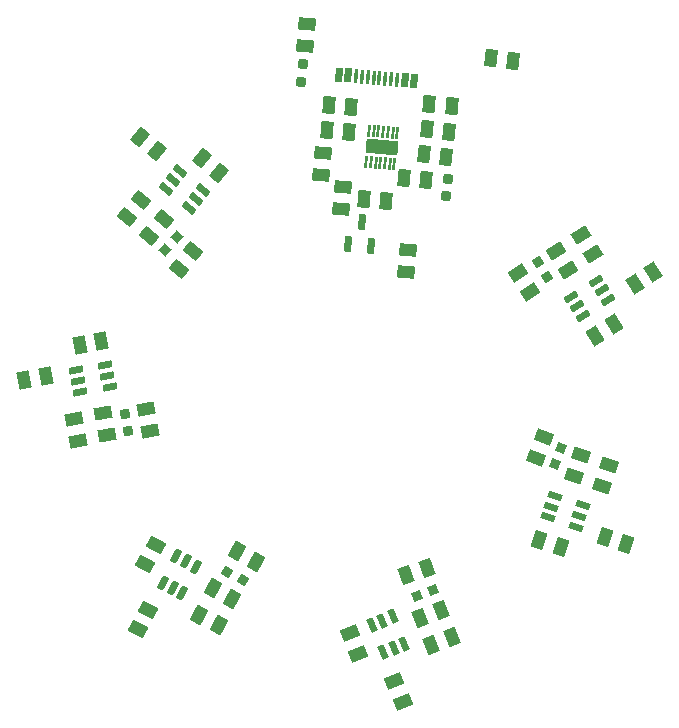
<source format=gtp>
G04*
G04 #@! TF.GenerationSoftware,Altium Limited,Altium Designer,25.8.1 (18)*
G04*
G04 Layer_Color=8421504*
%FSLAX44Y44*%
%MOMM*%
G71*
G04*
G04 #@! TF.SameCoordinates,47027A52-A871-4FAA-A7FE-F427427C3117*
G04*
G04*
G04 #@! TF.FilePolarity,Positive*
G04*
G01*
G75*
G04:AMPARAMS|DCode=14|XSize=0.3mm|YSize=1.15mm|CornerRadius=0mm|HoleSize=0mm|Usage=FLASHONLY|Rotation=175.000|XOffset=0mm|YOffset=0mm|HoleType=Round|Shape=Rectangle|*
%AMROTATEDRECTD14*
4,1,4,0.1995,0.5597,0.0993,-0.5859,-0.1995,-0.5597,-0.0993,0.5859,0.1995,0.5597,0.0*
%
%ADD14ROTATEDRECTD14*%

G04:AMPARAMS|DCode=15|XSize=0.6mm|YSize=1.15mm|CornerRadius=0mm|HoleSize=0mm|Usage=FLASHONLY|Rotation=175.000|XOffset=0mm|YOffset=0mm|HoleType=Round|Shape=Rectangle|*
%AMROTATEDRECTD15*
4,1,4,0.3490,0.5467,0.2487,-0.5990,-0.3490,-0.5467,-0.2487,0.5990,0.3490,0.5467,0.0*
%
%ADD15ROTATEDRECTD15*%

G04:AMPARAMS|DCode=16|XSize=1.21mm|YSize=0.58mm|CornerRadius=0.0725mm|HoleSize=0mm|Usage=FLASHONLY|Rotation=161.520|XOffset=0mm|YOffset=0mm|HoleType=Round|Shape=RoundedRectangle|*
%AMROUNDEDRECTD16*
21,1,1.2100,0.4350,0,0,161.52*
21,1,1.0650,0.5800,0,0,161.52*
1,1,0.1450,-0.4361,0.3751*
1,1,0.1450,0.5740,0.0375*
1,1,0.1450,0.4361,-0.3751*
1,1,0.1450,-0.5740,-0.0375*
%
%ADD16ROUNDEDRECTD16*%
G04:AMPARAMS|DCode=17|XSize=1.04mm|YSize=1.47mm|CornerRadius=0mm|HoleSize=0mm|Usage=FLASHONLY|Rotation=161.683|XOffset=0mm|YOffset=0mm|HoleType=Round|Shape=Rectangle|*
%AMROTATEDRECTD17*
4,1,4,0.7246,0.5343,0.2627,-0.8612,-0.7246,-0.5343,-0.2627,0.8612,0.7246,0.5343,0.0*
%
%ADD17ROTATEDRECTD17*%

G04:AMPARAMS|DCode=18|XSize=1.04mm|YSize=1.47mm|CornerRadius=0mm|HoleSize=0mm|Usage=FLASHONLY|Rotation=249.339|XOffset=0mm|YOffset=0mm|HoleType=Round|Shape=Rectangle|*
%AMROTATEDRECTD18*
4,1,4,-0.5043,0.7459,0.8712,0.2272,0.5043,-0.7459,-0.8712,-0.2272,-0.5043,0.7459,0.0*
%
%ADD18ROTATEDRECTD18*%

G04:AMPARAMS|DCode=19|XSize=1.04mm|YSize=1.47mm|CornerRadius=0mm|HoleSize=0mm|Usage=FLASHONLY|Rotation=250.657|XOffset=0mm|YOffset=0mm|HoleType=Round|Shape=Rectangle|*
%AMROTATEDRECTD19*
4,1,4,-0.5213,0.7341,0.8658,0.2472,0.5213,-0.7341,-0.8658,-0.2472,-0.5213,0.7341,0.0*
%
%ADD19ROTATEDRECTD19*%

G04:AMPARAMS|DCode=20|XSize=1.04mm|YSize=1.47mm|CornerRadius=0mm|HoleSize=0mm|Usage=FLASHONLY|Rotation=161.386|XOffset=0mm|YOffset=0mm|HoleType=Round|Shape=Rectangle|*
%AMROTATEDRECTD20*
4,1,4,0.7274,0.5306,0.2582,-0.8625,-0.7274,-0.5306,-0.2582,0.8625,0.7274,0.5306,0.0*
%
%ADD20ROTATEDRECTD20*%

G04:AMPARAMS|DCode=21|XSize=1.04mm|YSize=1.47mm|CornerRadius=0mm|HoleSize=0mm|Usage=FLASHONLY|Rotation=251.229|XOffset=0mm|YOffset=0mm|HoleType=Round|Shape=Rectangle|*
%AMROTATEDRECTD21*
4,1,4,-0.5286,0.7289,0.8632,0.2558,0.5286,-0.7289,-0.8632,-0.2558,-0.5286,0.7289,0.0*
%
%ADD21ROTATEDRECTD21*%

%ADD22P,1.1314X4X204.811*%
G04:AMPARAMS|DCode=23|XSize=1.04mm|YSize=1.47mm|CornerRadius=0mm|HoleSize=0mm|Usage=FLASHONLY|Rotation=173.998|XOffset=0mm|YOffset=0mm|HoleType=Round|Shape=Rectangle|*
%AMROTATEDRECTD23*
4,1,4,0.5940,0.6766,0.4403,-0.7853,-0.5940,-0.6766,-0.4403,0.7853,0.5940,0.6766,0.0*
%
%ADD23ROTATEDRECTD23*%

G04:AMPARAMS|DCode=24|XSize=1.04mm|YSize=1.47mm|CornerRadius=0mm|HoleSize=0mm|Usage=FLASHONLY|Rotation=175.000|XOffset=0mm|YOffset=0mm|HoleType=Round|Shape=Rectangle|*
%AMROTATEDRECTD24*
4,1,4,0.5821,0.6869,0.4540,-0.7775,-0.5821,-0.6869,-0.4540,0.7775,0.5821,0.6869,0.0*
%
%ADD24ROTATEDRECTD24*%

G04:AMPARAMS|DCode=25|XSize=1.04mm|YSize=1.47mm|CornerRadius=0mm|HoleSize=0mm|Usage=FLASHONLY|Rotation=174.344|XOffset=0mm|YOffset=0mm|HoleType=Round|Shape=Rectangle|*
%AMROTATEDRECTD25*
4,1,4,0.5899,0.6802,0.4450,-0.7827,-0.5899,-0.6802,-0.4450,0.7827,0.5899,0.6802,0.0*
%
%ADD25ROTATEDRECTD25*%

G04:AMPARAMS|DCode=26|XSize=1.04mm|YSize=1.47mm|CornerRadius=0mm|HoleSize=0mm|Usage=FLASHONLY|Rotation=302.066|XOffset=0mm|YOffset=0mm|HoleType=Round|Shape=Rectangle|*
%AMROTATEDRECTD26*
4,1,4,-0.8989,0.0505,0.3468,0.8309,0.8989,-0.0505,-0.3468,-0.8309,-0.8989,0.0505,0.0*
%
%ADD26ROTATEDRECTD26*%

G04:AMPARAMS|DCode=27|XSize=1.04mm|YSize=1.47mm|CornerRadius=0mm|HoleSize=0mm|Usage=FLASHONLY|Rotation=173.890|XOffset=0mm|YOffset=0mm|HoleType=Round|Shape=Rectangle|*
%AMROTATEDRECTD27*
4,1,4,0.5953,0.6755,0.4388,-0.7862,-0.5953,-0.6755,-0.4388,0.7862,0.5953,0.6755,0.0*
%
%ADD27ROTATEDRECTD27*%

%ADD28P,1.1314X4X400.43*%
G04:AMPARAMS|DCode=29|XSize=2.7mm|YSize=1.2mm|CornerRadius=0mm|HoleSize=0mm|Usage=FLASHONLY|Rotation=355.000|XOffset=0mm|YOffset=0mm|HoleType=Round|Shape=Rectangle|*
%AMROTATEDRECTD29*
4,1,4,-1.3971,-0.4801,-1.2926,0.7154,1.3971,0.4801,1.2926,-0.7154,-1.3971,-0.4801,0.0*
%
%ADD29ROTATEDRECTD29*%

G04:AMPARAMS|DCode=30|XSize=1mm|YSize=0.24mm|CornerRadius=0mm|HoleSize=0mm|Usage=FLASHONLY|Rotation=85.000|XOffset=0mm|YOffset=0mm|HoleType=Round|Shape=Rectangle|*
%AMROTATEDRECTD30*
4,1,4,0.0760,-0.5086,-0.1631,-0.4876,-0.0760,0.5086,0.1631,0.4876,0.0760,-0.5086,0.0*
%
%ADD30ROTATEDRECTD30*%

G04:AMPARAMS|DCode=31|XSize=1.04mm|YSize=1.47mm|CornerRadius=0mm|HoleSize=0mm|Usage=FLASHONLY|Rotation=212.521|XOffset=0mm|YOffset=0mm|HoleType=Round|Shape=Rectangle|*
%AMROTATEDRECTD31*
4,1,4,0.0433,0.8993,0.8336,-0.3402,-0.0433,-0.8993,-0.8336,0.3402,0.0433,0.8993,0.0*
%
%ADD31ROTATEDRECTD31*%

G04:AMPARAMS|DCode=32|XSize=1.04mm|YSize=1.47mm|CornerRadius=0mm|HoleSize=0mm|Usage=FLASHONLY|Rotation=212.223|XOffset=0mm|YOffset=0mm|HoleType=Round|Shape=Rectangle|*
%AMROTATEDRECTD32*
4,1,4,0.0480,0.8991,0.8318,-0.3445,-0.0480,-0.8991,-0.8318,0.3445,0.0480,0.8991,0.0*
%
%ADD32ROTATEDRECTD32*%

G04:AMPARAMS|DCode=33|XSize=1.21mm|YSize=0.58mm|CornerRadius=0.0725mm|HoleSize=0mm|Usage=FLASHONLY|Rotation=212.357|XOffset=0mm|YOffset=0mm|HoleType=Round|Shape=RoundedRectangle|*
%AMROUNDEDRECTD33*
21,1,1.2100,0.4350,0,0,212.357*
21,1,1.0650,0.5800,0,0,212.357*
1,1,0.1450,-0.5662,-0.1013*
1,1,0.1450,0.3334,0.4687*
1,1,0.1450,0.5662,0.1013*
1,1,0.1450,-0.3334,-0.4687*
%
%ADD33ROUNDEDRECTD33*%
G04:AMPARAMS|DCode=34|XSize=1.04mm|YSize=1.47mm|CornerRadius=0mm|HoleSize=0mm|Usage=FLASHONLY|Rotation=303.261|XOffset=0mm|YOffset=0mm|HoleType=Round|Shape=Rectangle|*
%AMROTATEDRECTD34*
4,1,4,-0.8998,0.0317,0.3294,0.8379,0.8998,-0.0317,-0.3294,-0.8379,-0.8998,0.0317,0.0*
%
%ADD34ROTATEDRECTD34*%

G04:AMPARAMS|DCode=35|XSize=1.04mm|YSize=1.47mm|CornerRadius=0mm|HoleSize=0mm|Usage=FLASHONLY|Rotation=85.000|XOffset=0mm|YOffset=0mm|HoleType=Round|Shape=Rectangle|*
%AMROTATEDRECTD35*
4,1,4,0.6869,-0.5821,-0.7775,-0.4540,-0.6869,0.5821,0.7775,0.4540,0.6869,-0.5821,0.0*
%
%ADD35ROTATEDRECTD35*%

G04:AMPARAMS|DCode=36|XSize=1.04mm|YSize=1.47mm|CornerRadius=0mm|HoleSize=0mm|Usage=FLASHONLY|Rotation=200.137|XOffset=0mm|YOffset=0mm|HoleType=Round|Shape=Rectangle|*
%AMROTATEDRECTD36*
4,1,4,0.2352,0.8691,0.7413,-0.5111,-0.2352,-0.8691,-0.7413,0.5111,0.2352,0.8691,0.0*
%
%ADD36ROTATEDRECTD36*%

G04:AMPARAMS|DCode=37|XSize=1.04mm|YSize=1.47mm|CornerRadius=0mm|HoleSize=0mm|Usage=FLASHONLY|Rotation=201.702|XOffset=0mm|YOffset=0mm|HoleType=Round|Shape=Rectangle|*
%AMROTATEDRECTD37*
4,1,4,0.2114,0.8752,0.7549,-0.4906,-0.2114,-0.8752,-0.7549,0.4906,0.2114,0.8752,0.0*
%
%ADD37ROTATEDRECTD37*%

G04:AMPARAMS|DCode=38|XSize=1.21mm|YSize=0.58mm|CornerRadius=0.0725mm|HoleSize=0mm|Usage=FLASHONLY|Rotation=111.993|XOffset=0mm|YOffset=0mm|HoleType=Round|Shape=RoundedRectangle|*
%AMROUNDEDRECTD38*
21,1,1.2100,0.4350,0,0,111.993*
21,1,1.0650,0.5800,0,0,111.993*
1,1,0.1450,0.0023,0.5752*
1,1,0.1450,0.4011,-0.4123*
1,1,0.1450,-0.0023,-0.5752*
1,1,0.1450,-0.4011,0.4123*
%
%ADD38ROUNDEDRECTD38*%
G04:AMPARAMS|DCode=39|XSize=1.04mm|YSize=1.47mm|CornerRadius=0mm|HoleSize=0mm|Usage=FLASHONLY|Rotation=112.156|XOffset=0mm|YOffset=0mm|HoleType=Round|Shape=Rectangle|*
%AMROTATEDRECTD39*
4,1,4,0.8768,-0.2044,-0.4846,-0.7588,-0.8768,0.2044,0.4846,0.7588,0.8768,-0.2044,0.0*
%
%ADD39ROTATEDRECTD39*%

%ADD40P,1.1314X4X220.0*%
G04:AMPARAMS|DCode=41|XSize=1.04mm|YSize=1.47mm|CornerRadius=0mm|HoleSize=0mm|Usage=FLASHONLY|Rotation=320.033|XOffset=0mm|YOffset=0mm|HoleType=Round|Shape=Rectangle|*
%AMROTATEDRECTD41*
4,1,4,-0.8707,-0.2293,0.0736,0.8973,0.8707,0.2293,-0.0736,-0.8973,-0.8707,-0.2293,0.0*
%
%ADD41ROTATEDRECTD41*%

G04:AMPARAMS|DCode=42|XSize=1.04mm|YSize=1.47mm|CornerRadius=0mm|HoleSize=0mm|Usage=FLASHONLY|Rotation=320.331|XOffset=0mm|YOffset=0mm|HoleType=Round|Shape=Rectangle|*
%AMROTATEDRECTD42*
4,1,4,-0.8695,-0.2338,0.0689,0.8977,0.8695,0.2338,-0.0689,-0.8977,-0.8695,-0.2338,0.0*
%
%ADD42ROTATEDRECTD42*%

G04:AMPARAMS|DCode=43|XSize=1.21mm|YSize=0.58mm|CornerRadius=0.0725mm|HoleSize=0mm|Usage=FLASHONLY|Rotation=320.167|XOffset=0mm|YOffset=0mm|HoleType=Round|Shape=RoundedRectangle|*
%AMROUNDEDRECTD43*
21,1,1.2100,0.4350,0,0,320.167*
21,1,1.0650,0.5800,0,0,320.167*
1,1,0.1450,0.2696,-0.5081*
1,1,0.1450,-0.5482,0.1741*
1,1,0.1450,-0.2696,0.5081*
1,1,0.1450,0.5482,-0.1741*
%
%ADD43ROUNDEDRECTD43*%
G04:AMPARAMS|DCode=44|XSize=1.04mm|YSize=1.47mm|CornerRadius=0mm|HoleSize=0mm|Usage=FLASHONLY|Rotation=50.239|XOffset=0mm|YOffset=0mm|HoleType=Round|Shape=Rectangle|*
%AMROTATEDRECTD44*
4,1,4,0.2324,-0.8698,-0.8976,0.0704,-0.2324,0.8698,0.8976,-0.0704,0.2324,-0.8698,0.0*
%
%ADD44ROTATEDRECTD44*%

G04:AMPARAMS|DCode=45|XSize=1.04mm|YSize=1.47mm|CornerRadius=0mm|HoleSize=0mm|Usage=FLASHONLY|Rotation=151.848|XOffset=0mm|YOffset=0mm|HoleType=Round|Shape=Rectangle|*
%AMROTATEDRECTD45*
4,1,4,0.8053,0.4027,0.1117,-0.8934,-0.8053,-0.4027,-0.1117,0.8934,0.8053,0.4027,0.0*
%
%ADD45ROTATEDRECTD45*%

G04:AMPARAMS|DCode=46|XSize=1.04mm|YSize=1.47mm|CornerRadius=0mm|HoleSize=0mm|Usage=FLASHONLY|Rotation=49.876|XOffset=0mm|YOffset=0mm|HoleType=Round|Shape=Rectangle|*
%AMROTATEDRECTD46*
4,1,4,0.2269,-0.8713,-0.8971,0.0761,-0.2269,0.8713,0.8971,-0.0761,0.2269,-0.8713,0.0*
%
%ADD46ROTATEDRECTD46*%

G04:AMPARAMS|DCode=47|XSize=1.04mm|YSize=1.47mm|CornerRadius=0mm|HoleSize=0mm|Usage=FLASHONLY|Rotation=100.862|XOffset=0mm|YOffset=0mm|HoleType=Round|Shape=Rectangle|*
%AMROTATEDRECTD47*
4,1,4,0.8198,-0.3722,-0.6238,-0.6492,-0.8198,0.3722,0.6238,0.6492,0.8198,-0.3722,0.0*
%
%ADD47ROTATEDRECTD47*%

G04:AMPARAMS|DCode=48|XSize=1.04mm|YSize=1.47mm|CornerRadius=0mm|HoleSize=0mm|Usage=FLASHONLY|Rotation=152.131|XOffset=0mm|YOffset=0mm|HoleType=Round|Shape=Rectangle|*
%AMROTATEDRECTD48*
4,1,4,0.8033,0.4067,0.1161,-0.8928,-0.8033,-0.4067,-0.1161,0.8928,0.8033,0.4067,0.0*
%
%ADD48ROTATEDRECTD48*%

G04:AMPARAMS|DCode=49|XSize=1.04mm|YSize=1.47mm|CornerRadius=0mm|HoleSize=0mm|Usage=FLASHONLY|Rotation=111.859|XOffset=0mm|YOffset=0mm|HoleType=Round|Shape=Rectangle|*
%AMROTATEDRECTD49*
4,1,4,0.8758,-0.2090,-0.4885,-0.7563,-0.8758,0.2090,0.4885,0.7563,0.8758,-0.2090,0.0*
%
%ADD49ROTATEDRECTD49*%

G04:AMPARAMS|DCode=50|XSize=1.21mm|YSize=0.58mm|CornerRadius=0.0725mm|HoleSize=0mm|Usage=FLASHONLY|Rotation=62.422|XOffset=0mm|YOffset=0mm|HoleType=Round|Shape=RoundedRectangle|*
%AMROUNDEDRECTD50*
21,1,1.2100,0.4350,0,0,62.422*
21,1,1.0650,0.5800,0,0,62.422*
1,1,0.1450,0.4393,0.3713*
1,1,0.1450,-0.0537,-0.5727*
1,1,0.1450,-0.4393,-0.3713*
1,1,0.1450,0.0537,0.5727*
%
%ADD50ROUNDEDRECTD50*%
G04:AMPARAMS|DCode=51|XSize=1.04mm|YSize=1.47mm|CornerRadius=0mm|HoleSize=0mm|Usage=FLASHONLY|Rotation=62.288|XOffset=0mm|YOffset=0mm|HoleType=Round|Shape=Rectangle|*
%AMROTATEDRECTD51*
4,1,4,0.4089,-0.8022,-0.8925,-0.1186,-0.4089,0.8022,0.8925,0.1186,0.4089,-0.8022,0.0*
%
%ADD51ROTATEDRECTD51*%

G04:AMPARAMS|DCode=52|XSize=1.04mm|YSize=1.47mm|CornerRadius=0mm|HoleSize=0mm|Usage=FLASHONLY|Rotation=62.585|XOffset=0mm|YOffset=0mm|HoleType=Round|Shape=Rectangle|*
%AMROTATEDRECTD52*
4,1,4,0.4130,-0.8000,-0.8919,-0.1232,-0.4130,0.8000,0.8919,0.1232,0.4130,-0.8000,0.0*
%
%ADD52ROTATEDRECTD52*%

G04:AMPARAMS|DCode=53|XSize=1.04mm|YSize=1.47mm|CornerRadius=0mm|HoleSize=0mm|Usage=FLASHONLY|Rotation=11.095|XOffset=0mm|YOffset=0mm|HoleType=Round|Shape=Rectangle|*
%AMROTATEDRECTD53*
4,1,4,-0.3688,-0.8213,-0.6517,0.6212,0.3688,0.8213,0.6517,-0.6212,-0.3688,-0.8213,0.0*
%
%ADD53ROTATEDRECTD53*%

G04:AMPARAMS|DCode=54|XSize=1.21mm|YSize=0.58mm|CornerRadius=0.0725mm|HoleSize=0mm|Usage=FLASHONLY|Rotation=11.229|XOffset=0mm|YOffset=0mm|HoleType=Round|Shape=RoundedRectangle|*
%AMROUNDEDRECTD54*
21,1,1.2100,0.4350,0,0,11.229*
21,1,1.0650,0.5800,0,0,11.229*
1,1,0.1450,0.5647,-0.1096*
1,1,0.1450,-0.4800,-0.3170*
1,1,0.1450,-0.5647,0.1096*
1,1,0.1450,0.4800,0.3170*
%
%ADD54ROUNDEDRECTD54*%
G04:AMPARAMS|DCode=55|XSize=1.04mm|YSize=1.47mm|CornerRadius=0mm|HoleSize=0mm|Usage=FLASHONLY|Rotation=11.393|XOffset=0mm|YOffset=0mm|HoleType=Round|Shape=Rectangle|*
%AMROTATEDRECTD55*
4,1,4,-0.3646,-0.8232,-0.6549,0.6178,0.3646,0.8232,0.6549,-0.6178,-0.3646,-0.8232,0.0*
%
%ADD55ROTATEDRECTD55*%

G04:AMPARAMS|DCode=56|XSize=1.04mm|YSize=1.47mm|CornerRadius=0mm|HoleSize=0mm|Usage=FLASHONLY|Rotation=100.938|XOffset=0mm|YOffset=0mm|HoleType=Round|Shape=Rectangle|*
%AMROTATEDRECTD56*
4,1,4,0.8203,-0.3711,-0.6230,-0.6500,-0.8203,0.3711,0.6230,0.6500,0.8203,-0.3711,0.0*
%
%ADD56ROTATEDRECTD56*%

G04:AMPARAMS|DCode=57|XSize=1.32mm|YSize=0.6mm|CornerRadius=0.075mm|HoleSize=0mm|Usage=FLASHONLY|Rotation=85.000|XOffset=0mm|YOffset=0mm|HoleType=Round|Shape=RoundedRectangle|*
%AMROUNDEDRECTD57*
21,1,1.3200,0.4500,0,0,85.0*
21,1,1.1700,0.6000,0,0,85.0*
1,1,0.1500,0.2751,0.5632*
1,1,0.1500,0.1732,-0.6024*
1,1,0.1500,-0.2751,-0.5632*
1,1,0.1500,-0.1732,0.6024*
%
%ADD57ROUNDEDRECTD57*%
G04:AMPARAMS|DCode=58|XSize=1.04mm|YSize=1.47mm|CornerRadius=0mm|HoleSize=0mm|Usage=FLASHONLY|Rotation=301.494|XOffset=0mm|YOffset=0mm|HoleType=Round|Shape=Rectangle|*
%AMROTATEDRECTD58*
4,1,4,-0.8984,0.0594,0.3551,0.8274,0.8984,-0.0594,-0.3551,-0.8274,-0.8984,0.0594,0.0*
%
%ADD58ROTATEDRECTD58*%

%ADD59P,1.1314X4X255.648*%
G04:AMPARAMS|DCode=60|XSize=1.04mm|YSize=1.47mm|CornerRadius=0mm|HoleSize=0mm|Usage=FLASHONLY|Rotation=201.130|XOffset=0mm|YOffset=0mm|HoleType=Round|Shape=Rectangle|*
%AMROTATEDRECTD60*
4,1,4,0.2201,0.8730,0.7500,-0.4981,-0.2201,-0.8730,-0.7500,0.4981,0.2201,0.8730,0.0*
%
%ADD60ROTATEDRECTD60*%

%ADD61P,1.1314X4X155.284*%
G04:AMPARAMS|DCode=62|XSize=1.04mm|YSize=1.47mm|CornerRadius=0mm|HoleSize=0mm|Usage=FLASHONLY|Rotation=100.366|XOffset=0mm|YOffset=0mm|HoleType=Round|Shape=Rectangle|*
%AMROTATEDRECTD62*
4,1,4,0.8166,-0.3793,-0.6294,-0.6438,-0.8166,0.3793,0.6294,0.6438,0.8166,-0.3793,0.0*
%
%ADD62ROTATEDRECTD62*%

%ADD63P,1.1314X4X54.52*%
G04:AMPARAMS|DCode=64|XSize=1.04mm|YSize=1.47mm|CornerRadius=0mm|HoleSize=0mm|Usage=FLASHONLY|Rotation=49.304|XOffset=0mm|YOffset=0mm|HoleType=Round|Shape=Rectangle|*
%AMROTATEDRECTD64*
4,1,4,0.2182,-0.8735,-0.8963,0.0850,-0.2182,0.8735,0.8963,-0.0850,0.2182,-0.8735,0.0*
%
%ADD64ROTATEDRECTD64*%

%ADD65P,1.1314X4X363.458*%
%ADD66P,1.1314X4X105.713*%
G04:AMPARAMS|DCode=67|XSize=1.04mm|YSize=1.47mm|CornerRadius=0mm|HoleSize=0mm|Usage=FLASHONLY|Rotation=151.559|XOffset=0mm|YOffset=0mm|HoleType=Round|Shape=Rectangle|*
%AMROTATEDRECTD67*
4,1,4,0.8073,0.3986,0.1072,-0.8939,-0.8073,-0.3986,-0.1072,0.8939,0.8073,0.3986,0.0*
%
%ADD67ROTATEDRECTD67*%

G04:AMPARAMS|DCode=68|XSize=1.04mm|YSize=1.47mm|CornerRadius=0mm|HoleSize=0mm|Usage=FLASHONLY|Rotation=174.813|XOffset=0mm|YOffset=0mm|HoleType=Round|Shape=Rectangle|*
%AMROTATEDRECTD68*
4,1,4,0.5843,0.6850,0.4514,-0.7790,-0.5843,-0.6850,-0.4514,0.7790,0.5843,0.6850,0.0*
%
%ADD68ROTATEDRECTD68*%

D14*
X1487134Y1238600D02*
D03*
X1517020Y1235985D02*
D03*
X1497096Y1237728D02*
D03*
X1507057Y1236856D02*
D03*
X1512039Y1236420D02*
D03*
X1502076Y1237292D02*
D03*
X1492115Y1238164D02*
D03*
X1522000Y1235549D02*
D03*
D15*
X1528476Y1234982D02*
D03*
X1480658Y1239166D02*
D03*
X1472689Y1239863D02*
D03*
X1536445Y1234286D02*
D03*
D16*
X1655567Y883173D02*
D03*
X1679372Y875217D02*
D03*
X1676361Y866207D02*
D03*
X1673349Y857197D02*
D03*
X1652555Y874163D02*
D03*
X1649544Y865153D02*
D03*
D17*
X1698033Y848473D02*
D03*
X1715880Y842565D02*
D03*
D18*
X1639313Y915207D02*
D03*
X1645946Y932798D02*
D03*
D19*
X1677722Y917431D02*
D03*
X1671494Y899692D02*
D03*
D20*
X1660319Y840244D02*
D03*
X1642502Y846245D02*
D03*
D21*
X1695344Y891880D02*
D03*
X1701394Y909681D02*
D03*
D22*
X1655444Y909825D02*
D03*
X1660621Y923904D02*
D03*
D23*
X1620035Y1251804D02*
D03*
X1601337Y1253771D02*
D03*
D24*
X1568110Y1212994D02*
D03*
X1464550Y1214526D02*
D03*
X1462732Y1192601D02*
D03*
X1512410Y1132813D02*
D03*
X1493682Y1134452D02*
D03*
X1549381Y1214633D02*
D03*
X1481461Y1190963D02*
D03*
X1483279Y1212887D02*
D03*
D25*
X1565943Y1191655D02*
D03*
X1547235Y1193507D02*
D03*
D26*
X1677670Y1104032D02*
D03*
X1687651Y1088100D02*
D03*
D27*
X1563777Y1170456D02*
D03*
X1545084Y1172457D02*
D03*
D28*
X1564720Y1151773D02*
D03*
X1563525Y1136821D02*
D03*
D29*
X1508961Y1178288D02*
D03*
D30*
X1511791Y1164739D02*
D03*
X1498161Y1192533D02*
D03*
X1502146Y1192185D02*
D03*
X1506131Y1191836D02*
D03*
X1518085Y1190790D02*
D03*
X1522069Y1190441D02*
D03*
X1515775Y1164391D02*
D03*
X1499836Y1165785D02*
D03*
X1495851Y1166134D02*
D03*
X1510115Y1191487D02*
D03*
X1507806Y1165088D02*
D03*
X1503821Y1165436D02*
D03*
X1514100Y1191139D02*
D03*
X1519760Y1164043D02*
D03*
D31*
X1738858Y1072878D02*
D03*
X1723006Y1062772D02*
D03*
D32*
X1705569Y1028333D02*
D03*
X1689664Y1018308D02*
D03*
D33*
X1674366Y1043734D02*
D03*
X1679451Y1035709D02*
D03*
X1669282Y1051759D02*
D03*
X1690485Y1065192D02*
D03*
X1695569Y1057167D02*
D03*
X1700653Y1049142D02*
D03*
D34*
X1624068Y1071526D02*
D03*
X1634379Y1055806D02*
D03*
D35*
X1529356Y1072939D02*
D03*
X1457194Y1154539D02*
D03*
X1530995Y1091667D02*
D03*
X1474808Y1126397D02*
D03*
X1476446Y1145125D02*
D03*
X1458832Y1173267D02*
D03*
X1445351Y1282618D02*
D03*
X1443712Y1263890D02*
D03*
D36*
X1547310Y822549D02*
D03*
X1529660Y816077D02*
D03*
D37*
X1568244Y763552D02*
D03*
X1550776Y756600D02*
D03*
D38*
X1509524Y777650D02*
D03*
X1500715Y774092D02*
D03*
X1518333Y781208D02*
D03*
X1527733Y757934D02*
D03*
X1518924Y754376D02*
D03*
X1510115Y750819D02*
D03*
D39*
X1526591Y708968D02*
D03*
X1519501Y726379D02*
D03*
D40*
X1441026Y1233649D02*
D03*
X1442334Y1248592D02*
D03*
D41*
X1356602Y1169054D02*
D03*
X1371010Y1156977D02*
D03*
D42*
X1304008Y1187122D02*
D03*
X1318480Y1175121D02*
D03*
D43*
X1351482Y1134637D02*
D03*
X1357568Y1141931D02*
D03*
X1345397Y1127342D02*
D03*
X1326122Y1143419D02*
D03*
X1332208Y1150714D02*
D03*
X1338293Y1158009D02*
D03*
D44*
X1337420Y1075684D02*
D03*
X1349445Y1090136D02*
D03*
D45*
X1402788Y827476D02*
D03*
X1386212Y836345D02*
D03*
D46*
X1293063Y1119339D02*
D03*
X1305179Y1133715D02*
D03*
D47*
X1312934Y937950D02*
D03*
X1309391Y956413D02*
D03*
D48*
X1370813Y773835D02*
D03*
X1354193Y782624D02*
D03*
D49*
X1488761Y749727D02*
D03*
X1481761Y767176D02*
D03*
D50*
X1343464Y827676D02*
D03*
X1335044Y832074D02*
D03*
X1323423Y809826D02*
D03*
X1331844Y805428D02*
D03*
X1340265Y801029D02*
D03*
X1351885Y823278D02*
D03*
D51*
X1308745Y825374D02*
D03*
X1317487Y842017D02*
D03*
D52*
X1302251Y770144D02*
D03*
X1310907Y786832D02*
D03*
D53*
X1253118Y1010573D02*
D03*
X1271566Y1014191D02*
D03*
D54*
X1276670Y984960D02*
D03*
X1274820Y994279D02*
D03*
X1278520Y975642D02*
D03*
X1253901Y970754D02*
D03*
X1252051Y980072D02*
D03*
X1250201Y989390D02*
D03*
D55*
X1206009Y981021D02*
D03*
X1224439Y984734D02*
D03*
D56*
X1251854Y929908D02*
D03*
X1248287Y948365D02*
D03*
D57*
X1499623Y1094512D02*
D03*
X1491902Y1115264D02*
D03*
X1480695Y1096168D02*
D03*
D58*
X1656712Y1090572D02*
D03*
X1666533Y1074541D02*
D03*
D59*
X1648540Y1068495D02*
D03*
X1640894Y1081400D02*
D03*
D60*
X1558774Y786590D02*
D03*
X1541238Y779813D02*
D03*
D61*
X1538528Y798600D02*
D03*
X1552598Y803801D02*
D03*
D62*
X1276256Y934908D02*
D03*
X1272873Y953401D02*
D03*
D63*
X1291836Y952554D02*
D03*
X1294317Y937760D02*
D03*
D64*
X1312289Y1103502D02*
D03*
X1324547Y1117756D02*
D03*
D65*
X1335807Y1102473D02*
D03*
X1325859Y1091247D02*
D03*
D66*
X1391304Y811846D02*
D03*
X1378221Y819184D02*
D03*
D67*
X1365677Y804938D02*
D03*
X1382208Y795984D02*
D03*
D68*
X1546753Y1150769D02*
D03*
X1528029Y1152469D02*
D03*
M02*

</source>
